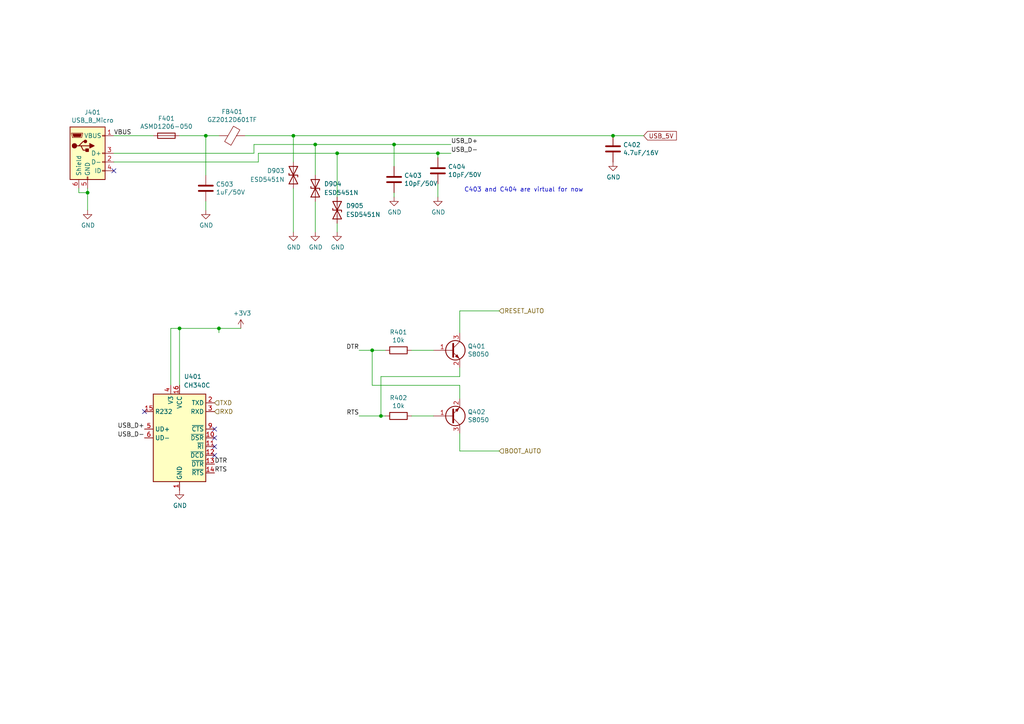
<source format=kicad_sch>
(kicad_sch (version 20230121) (generator eeschema)
  (paper "A4")
  (title_block (title "Sailor Hat with ESP32") (date "2022-10-26") (rev "2.0.2") (company "Hat Labs Ltd") (comment 1 "https://creativecommons.org/licenses/by-sa/4.0") (comment 2 "To view a copy of this license, visit ") (comment 3 "SH-ESP32 is licensed under CC BY-SA 4.0."))
  (lib_symbols
    (symbol "Device:C" (pin_numbers hide) (pin_names (offset 0.254))
      (property "Reference" "C" (at 0.635 2.54 0))
      (property "Value" "C" (at 0.635 -2.54 0))
      (symbol "C_0_1"
        (polyline (pts (xy -2.032 -0.762) (xy 2.032 -0.762)) (stroke (width 0.508)))
        (polyline (pts (xy -2.032 0.762) (xy 2.032 0.762)) (stroke (width 0.508)))
      )
      (symbol "C_1_1"
        (pin passive line (at 0 3.81 270) (length 2.794) (name "~") (number "1"))
        (pin passive line (at 0 -3.81 90) (length 2.794) (name "~") (number "2"))
      )
    )
    (symbol "Device:D_TVS" (pin_numbers hide) (pin_names (offset 1.016) hide)
      (property "Reference" "D" (at 0 2.54 0))
      (property "Value" "D_TVS" (at 0 -2.54 0))
      (symbol "D_TVS_0_1"
        (polyline (pts (xy 1.27 0) (xy -1.27 0)))
        (polyline (pts (xy 0.508 1.27) (xy 0 1.27) (xy 0 -1.27) (xy -0.508 -1.27)) (stroke (width 0.254)))
        (polyline (pts (xy -2.54 1.27) (xy -2.54 -1.27) (xy 2.54 1.27) (xy 2.54 -1.27) (xy -2.54 1.27)) (stroke (width 0.254)))
      )
      (symbol "D_TVS_1_1"
        (pin passive line (at -3.81 0 0) (length 2.54) (name "A1") (number "1"))
        (pin passive line (at 3.81 0 180) (length 2.54) (name "A2") (number "2"))
      )
    )
    (symbol "Device:FerriteBead" (pin_numbers hide) (pin_names (offset 0))
      (property "Reference" "FB" (at -3.81 0.635 90))
      (property "Value" "FerriteBead" (at 3.81 0 90))
      (symbol "FerriteBead_0_1"
        (polyline (pts (xy 0 -1.27) (xy 0 -1.2192)))
        (polyline (pts (xy 0 1.27) (xy 0 1.2954)))
        (polyline (pts (xy -2.7686 0.4064) (xy -1.7018 2.2606) (xy 2.7686 -0.3048) (xy 1.6764 -2.159) (xy -2.7686 0.4064)))
      )
      (symbol "FerriteBead_1_1"
        (pin passive line (at 0 3.81 270) (length 2.54) (name "~") (number "1"))
        (pin passive line (at 0 -3.81 90) (length 2.54) (name "~") (number "2"))
      )
    )
    (symbol "Device:Fuse" (pin_numbers hide) (pin_names (offset 0))
      (property "Reference" "F" (at 2.032 0 90))
      (property "Value" "Fuse" (at -1.905 0 90))
      (symbol "Fuse_0_1"
        (rectangle (start -0.762 -2.54) (end 0.762 2.54) (stroke (width 0.254)))
        (polyline (pts (xy 0 2.54) (xy 0 -2.54)))
      )
      (symbol "Fuse_1_1"
        (pin passive line (at 0 3.81 270) (length 1.27) (name "~") (number "1"))
        (pin passive line (at 0 -3.81 90) (length 1.27) (name "~") (number "2"))
      )
    )
    (symbol "Device:R" (pin_numbers hide) (pin_names (offset 0))
      (property "Reference" "R" (at 2.032 0 90))
      (property "Value" "R" (at 0 0 90))
      (symbol "R_0_1"
        (rectangle (start -1.016 -2.54) (end 1.016 2.54) (stroke (width 0.254)))
      )
      (symbol "R_1_1"
        (pin passive line (at 0 3.81 270) (length 1.27) (name "~") (number "1"))
        (pin passive line (at 0 -3.81 90) (length 1.27) (name "~") (number "2"))
      )
    )
    (symbol "Interface_USB:CH340C"
      (property "Reference" "U" (at -5.08 13.97 0))
      (property "Value" "CH340C" (at 1.27 13.97 0))
      (symbol "CH340C_0_1"
        (rectangle (start -7.62 12.7) (end 7.62 -12.7) (stroke (width 0.254)) (fill (type background)))
      )
      (symbol "CH340C_1_1"
        (pin power_in line (at 0 -15.24 90) (length 2.54) (name "GND") (number "1"))
        (pin input line (at 10.16 0 180) (length 2.54) (name "~{DSR}") (number "10"))
        (pin input line (at 10.16 -2.54 180) (length 2.54) (name "~{RI}") (number "11"))
        (pin input line (at 10.16 -5.08 180) (length 2.54) (name "~{DCD}") (number "12"))
        (pin output line (at 10.16 -7.62 180) (length 2.54) (name "~{DTR}") (number "13"))
        (pin output line (at 10.16 -10.16 180) (length 2.54) (name "~{RTS}") (number "14"))
        (pin input line (at -10.16 7.62 0) (length 2.54) (name "R232") (number "15"))
        (pin power_in line (at 0 15.24 270) (length 2.54) (name "VCC") (number "16"))
        (pin output line (at 10.16 10.16 180) (length 2.54) (name "TXD") (number "2"))
        (pin input line (at 10.16 7.62 180) (length 2.54) (name "RXD") (number "3"))
        (pin passive line (at -2.54 15.24 270) (length 2.54) (name "V3") (number "4"))
        (pin bidirectional line (at -10.16 2.54 0) (length 2.54) (name "UD+") (number "5"))
        (pin bidirectional line (at -10.16 0 0) (length 2.54) (name "UD-") (number "6"))
        (pin no_connect line (at -7.62 -7.62 0) (length 2.54) hide (name "NC") (number "7"))
        (pin no_connect line (at -7.62 -10.16 0) (length 2.54) hide (name "NC") (number "8"))
        (pin input line (at 10.16 2.54 180) (length 2.54) (name "~{CTS}") (number "9"))
      )
    )
    (symbol "SH-ESP32:S8050" (pin_names (offset 0) hide)
      (property "Reference" "Q" (at 5.08 1.905 0))
      (property "Value" "S8050" (at 5.08 0 0))
      (symbol "S8050_0_1"
        (polyline (pts (xy 0 0) (xy 0.635 0)))
        (polyline (pts (xy 0.635 0.635) (xy 2.54 2.54)))
        (polyline (pts (xy 0.635 -0.635) (xy 2.54 -2.54) (xy 2.54 -2.54)))
        (polyline (pts (xy 0.635 1.905) (xy 0.635 -1.905) (xy 0.635 -1.905)) (stroke (width 0.508)))
        (polyline (pts (xy 1.27 -1.778) (xy 1.778 -1.27) (xy 2.286 -2.286) (xy 1.27 -1.778) (xy 1.27 -1.778)) (fill (type outline)))
        (circle (center 1.27 0) (radius 2.8194) (stroke (width 0.254)))
      )
      (symbol "S8050_1_1"
        (pin input line (at -5.08 0 0) (length 5.08) (name "B") (number "1"))
        (pin passive line (at 2.54 -5.08 90) (length 2.54) (name "E") (number "2"))
        (pin passive line (at 2.54 5.08 270) (length 2.54) (name "C") (number "3"))
      )
    )
    (symbol "SH-ESP32:USB_B_Micro-Connector" (pin_names (offset 1.016))
      (property "Reference" "J" (at -5.08 11.43 0))
      (property "Value" "USB_B_Micro-Connector" (at -5.08 8.89 0))
      (symbol "USB_B_Micro-Connector_0_1"
        (rectangle (start -5.08 -7.62) (end 5.08 7.62) (stroke (width 0.254)) (fill (type background)))
        (circle (center -3.81 2.159) (radius 0.635) (stroke (width 0.254)) (fill (type outline)))
        (circle (center -0.635 3.429) (radius 0.381) (stroke (width 0.254)) (fill (type outline)))
        (rectangle (start -0.127 -7.62) (end 0.127 -6.858))
        (polyline (pts (xy -1.905 2.159) (xy 0.635 2.159)) (stroke (width 0.254)))
        (polyline (pts (xy -3.175 2.159) (xy -2.54 2.159) (xy -1.27 3.429) (xy -0.635 3.429)) (stroke (width 0.254)))
        (polyline (pts (xy -2.54 2.159) (xy -1.905 2.159) (xy -1.27 0.889) (xy 0 0.889)) (stroke (width 0.254)))
        (polyline (pts (xy 0.635 2.794) (xy 0.635 1.524) (xy 1.905 2.159) (xy 0.635 2.794)) (stroke (width 0.254)) (fill (type outline)))
        (polyline (pts (xy -4.318 5.588) (xy -1.778 5.588) (xy -2.032 4.826) (xy -4.064 4.826) (xy -4.318 5.588)) (fill (type outline)))
        (polyline (pts (xy -4.699 5.842) (xy -4.699 5.588) (xy -4.445 4.826) (xy -4.445 4.572) (xy -1.651 4.572) (xy -1.651 4.826) (xy -1.397 5.588) (xy -1.397 5.842) (xy -4.699 5.842)))
        (rectangle (start 0.254 1.27) (end -0.508 0.508) (stroke (width 0.254)) (fill (type outline)))
        (rectangle (start 5.08 -5.207) (end 4.318 -4.953))
        (rectangle (start 5.08 -2.667) (end 4.318 -2.413))
        (rectangle (start 5.08 -0.127) (end 4.318 0.127))
        (rectangle (start 5.08 4.953) (end 4.318 5.207))
      )
      (symbol "USB_B_Micro-Connector_1_1"
        (pin power_out line (at 7.62 5.08 180) (length 2.54) (name "VBUS") (number "1"))
        (pin passive line (at 7.62 -2.54 180) (length 2.54) (name "D-") (number "2"))
        (pin passive line (at 7.62 0 180) (length 2.54) (name "D+") (number "3"))
        (pin passive line (at 7.62 -5.08 180) (length 2.54) (name "ID") (number "4"))
        (pin power_out line (at 0 -10.16 90) (length 2.54) (name "GND") (number "5"))
        (pin passive line (at -2.54 -10.16 90) (length 2.54) (name "Shield") (number "6"))
      )
    )
    (symbol "power:+3.3V" (power) (pin_names (offset 0))
      (property "Value" "+3.3V" (at 0 3.556 0))
      (symbol "+3.3V_0_1"
        (polyline (pts (xy -0.762 1.27) (xy 0 2.54)))
        (polyline (pts (xy 0 0) (xy 0 2.54)))
        (polyline (pts (xy 0 2.54) (xy 0.762 1.27)))
      )
      (symbol "+3.3V_1_1"
        (pin power_in line (at 0 0 90) (length 0) hide (name "+3V3") (number "1"))
      )
    )
    (symbol "power:GND" (power) (pin_names (offset 0))
      (property "Value" "GND" (at 0 -3.81 0))
      (symbol "GND_0_1"
        (polyline (pts (xy 0 0) (xy 0 -1.27) (xy 1.27 -1.27) (xy 0 -2.54) (xy -1.27 -1.27) (xy 0 -1.27)))
      )
      (symbol "GND_1_1"
        (pin power_in line (at 0 0 270) (length 0) hide (name "GND") (number "1"))
      )
    )
  )
  (junction (at 52.07 95.25))
  (junction (at 127 44.45))
  (junction (at 63.5 95.25))
  (junction (at 107.95 101.6))
  (junction (at 114.3 41.91))
  (junction (at 110.49 120.65))
  (junction (at 59.69 39.37))
  (junction (at 91.44 41.91))
  (junction (at 25.4 55.88))
  (junction (at 177.8 39.37))
  (junction (at 85.09 39.37))
  (junction (at 97.79 44.45))
  (no_connect (at 62.23 132.08))
  (no_connect (at 62.23 129.54))
  (no_connect (at 62.23 127))
  (no_connect (at 41.91 119.38))
  (no_connect (at 33.02 49.53))
  (no_connect (at 62.23 124.46))
  (wire (pts (xy 114.3 41.91) (xy 130.81 41.91)))
  (wire (pts (xy 22.86 55.88) (xy 22.86 54.61)))
  (wire (pts (xy 111.76 120.65) (xy 110.49 120.65)))
  (wire (pts (xy 144.78 130.81) (xy 133.35 130.81)))
  (wire (pts (xy 59.69 39.37) (xy 63.5 39.37)))
  (wire (pts (xy 33.02 44.45) (xy 73.66 44.45)))
  (wire (pts (xy 133.35 106.68) (xy 133.35 109.22)))
  (wire (pts (xy 91.44 41.91) (xy 114.3 41.91)))
  (wire (pts (xy 25.4 54.61) (xy 25.4 55.88)))
  (wire (pts (xy 71.12 39.37) (xy 85.09 39.37)))
  (wire (pts (xy 107.95 101.6) (xy 107.95 111.76)))
  (wire (pts (xy 22.86 55.88) (xy 25.4 55.88)))
  (wire (pts (xy 127 45.72) (xy 127 44.45)))
  (wire (pts (xy 59.69 50.8) (xy 59.69 39.37)))
  (wire (pts (xy 127 44.45) (xy 130.81 44.45)))
  (wire (pts (xy 69.85 95.25) (xy 63.5 95.25)))
  (wire (pts (xy 91.44 67.31) (xy 91.44 58.42)))
  (wire (pts (xy 49.53 95.25) (xy 52.07 95.25)))
  (wire (pts (xy 133.35 90.17) (xy 144.78 90.17)))
  (wire (pts (xy 133.35 130.81) (xy 133.35 125.73)))
  (wire (pts (xy 73.66 41.91) (xy 91.44 41.91)))
  (wire (pts (xy 97.79 44.45) (xy 127 44.45)))
  (wire (pts (xy 85.09 39.37) (xy 177.8 39.37)))
  (wire (pts (xy 119.38 101.6) (xy 125.73 101.6)))
  (wire (pts (xy 74.93 46.99) (xy 74.93 44.45)))
  (wire (pts (xy 133.35 111.76) (xy 133.35 115.57)))
  (wire (pts (xy 52.07 95.25) (xy 52.07 111.76)))
  (wire (pts (xy 104.14 101.6) (xy 107.95 101.6)))
  (wire (pts (xy 177.8 39.37) (xy 186.69 39.37)))
  (wire (pts (xy 133.35 109.22) (xy 110.49 109.22)))
  (wire (pts (xy 91.44 41.91) (xy 91.44 50.8)))
  (wire (pts (xy 59.69 60.96) (xy 59.69 58.42)))
  (wire (pts (xy 125.73 120.65) (xy 119.38 120.65)))
  (wire (pts (xy 49.53 95.25) (xy 49.53 111.76)))
  (wire (pts (xy 85.09 39.37) (xy 85.09 46.99)))
  (wire (pts (xy 63.5 96.52) (xy 63.5 95.25)))
  (wire (pts (xy 63.5 95.25) (xy 52.07 95.25)))
  (wire (pts (xy 110.49 109.22) (xy 110.49 120.65)))
  (wire (pts (xy 52.07 39.37) (xy 59.69 39.37)))
  (wire (pts (xy 25.4 55.88) (xy 25.4 60.96)))
  (wire (pts (xy 114.3 48.26) (xy 114.3 41.91)))
  (wire (pts (xy 114.3 57.15) (xy 114.3 55.88)))
  (wire (pts (xy 107.95 101.6) (xy 111.76 101.6)))
  (wire (pts (xy 110.49 120.65) (xy 104.14 120.65)))
  (wire (pts (xy 73.66 44.45) (xy 73.66 41.91)))
  (wire (pts (xy 97.79 44.45) (xy 97.79 57.15)))
  (wire (pts (xy 74.93 44.45) (xy 97.79 44.45)))
  (wire (pts (xy 33.02 39.37) (xy 44.45 39.37)))
  (wire (pts (xy 97.79 67.31) (xy 97.79 64.77)))
  (wire (pts (xy 107.95 111.76) (xy 133.35 111.76)))
  (wire (pts (xy 127 57.15) (xy 127 53.34)))
  (wire (pts (xy 133.35 96.52) (xy 133.35 90.17)))
  (wire (pts (xy 85.09 54.61) (xy 85.09 67.31)))
  (wire (pts (xy 33.02 46.99) (xy 74.93 46.99)))
  (text "C403 and C404 are virtual for now" (at 134.62 55.88 0) (effects (font (size 1.27 1.27)) (justify left bottom)))
  (label "USB_D+" (at 130.81 41.91 0))
  (label "RTS" (at 104.14 120.65 180))
  (label "USB_D-" (at 130.81 44.45 0))
  (label "USB_D+" (at 41.91 124.46 180))
  (label "VBUS" (at 33.02 39.37 0))
  (label "DTR" (at 104.14 101.6 180))
  (label "DTR" (at 62.23 134.62 0))
  (label "RTS" (at 62.23 137.16 0))
  (label "USB_D-" (at 41.91 127 180))
  (global_label "USB_5V" (shape input) (at 186.69 39.37 0) (property "Intersheetrefs" "${INTERSHEET_REFS}" (effects hide)))
  (hierarchical_label "RXD" (shape input) (at 62.23 119.38 0))
  (hierarchical_label "TXD" (shape input) (at 62.23 116.84 0))
  (hierarchical_label "BOOT_AUTO" (shape input) (at 144.78 130.81 0))
  (hierarchical_label "RESET_AUTO" (shape input) (at 144.78 90.17 0))
  (symbol (lib_id "SH-ESP32:USB_B_Micro-Connector") (at 25.4 44.45 0) (unit 1)
    (property "Reference" "J401" (at 26.8478 32.5882 0))
    (property "Value" "USB_B_Micro" (at 26.8478 34.8996 0))
    (property "Footprint" "Connector_USB:USB_Micro-B_Wuerth_614105150721_Vertical" (effects hide))
    (property "LCSC" "C145795" (effects hide))
  )
  (symbol (lib_id "power:GND") (at 25.4 60.96 0) (unit 1)
    (property "Reference" "#PWR0402" (effects hide))
    (property "Value" "GND" (at 25.527 65.3542 0))
  )
  (symbol (lib_id "Device:R") (at 115.57 101.6 90) (unit 1)
    (property "Reference" "R401" (at 115.57 96.3422 90))
    (property "Value" "10k" (at 115.57 98.6536 90))
    (property "Footprint" "Resistor_SMD:R_0402_1005Metric" (effects hide))
    (property "LCSC" "C25744" (effects hide))
  )
  (symbol (lib_id "Device:R") (at 115.57 120.65 90) (unit 1)
    (property "Reference" "R402" (at 115.57 115.3922 90))
    (property "Value" "10k" (at 115.57 117.7036 90))
    (property "Footprint" "Resistor_SMD:R_0402_1005Metric" (effects hide))
    (property "LCSC" "C25744" (effects hide))
  )
  (symbol (lib_id "Interface_USB:CH340C") (at 52.07 127 0) (unit 1)
    (property "Reference" "U401" (at 53.34 109.22 0) (effects (justify left)))
    (property "Value" "CH340C" (at 57.15 111.76 0))
    (property "Footprint" "Package_SO:SOIC-16_3.9x9.9mm_P1.27mm" (effects hide))
    (property "Datasheet" "https://datasheet.lcsc.com/szlcsc/Jiangsu-Qin-Heng-CH340C_C84681.pdf" (effects hide))
    (property "LCSC" "C84681" (effects hide))
    (property "JLCPCB_CORRECTION" "0;0;180" (effects hide))
  )
  (symbol (lib_id "SH-ESP32:S8050") (at 130.81 101.6 0) (unit 1)
    (property "Reference" "Q401" (at 135.636 100.4316 0) (effects (justify left)))
    (property "Value" "S8050" (at 135.636 102.743 0) (effects (justify left)))
    (property "Footprint" "Package_TO_SOT_SMD:SOT-23" (effects hide))
    (property "Datasheet" "http://www.unisonic.com.tw/datasheet/S8050.pdf" (effects hide))
    (property "LCSC" "C2146" (effects hide))
    (property "JLCPCB_CORRECTION" "0;0;180" (effects hide))
  )
  (symbol (lib_id "SH-ESP32:S8050") (at 130.81 120.65 0) (mirror x) (unit 1)
    (property "Reference" "Q402" (at 135.636 119.4816 0) (effects (justify left)))
    (property "Value" "S8050" (at 135.636 121.793 0) (effects (justify left)))
    (property "Footprint" "Package_TO_SOT_SMD:SOT-23" (effects hide))
    (property "Datasheet" "http://www.unisonic.com.tw/datasheet/S8050.pdf" (effects hide))
    (property "LCSC" "C2146" (effects hide))
    (property "JLCPCB_CORRECTION" "0;0;180" (effects hide))
  )
  (symbol (lib_id "Device:C") (at 177.8 43.18 0) (unit 1)
    (property "Reference" "C402" (at 180.721 42.0116 0) (effects (justify left)))
    (property "Value" "4.7uF/16V" (at 180.721 44.323 0) (effects (justify left)))
    (property "Footprint" "Capacitor_SMD:C_0603_1608Metric" (effects hide))
    (property "LCSC" "C19666" (effects hide))
  )
  (symbol (lib_id "power:GND") (at 177.8 46.99 0) (unit 1)
    (property "Reference" "#PWR0405" (effects hide))
    (property "Value" "GND" (at 177.927 51.3842 0))
  )
  (symbol (lib_id "power:GND") (at 52.07 142.24 0) (unit 1)
    (property "Reference" "#PWR0404" (effects hide))
    (property "Value" "GND" (at 52.197 146.6342 0))
  )
  (symbol (lib_id "Device:FerriteBead") (at 67.31 39.37 270) (unit 1)
    (property "Reference" "FB401" (at 67.31 32.4104 90))
    (property "Value" "GZ2012D601TF" (at 67.31 34.7218 90))
    (property "Footprint" "Inductor_SMD:L_0805_2012Metric" (effects hide))
    (property "LCSC" "C1017" (effects hide))
  )
  (symbol (lib_id "Device:C") (at 114.3 52.07 0) (unit 1)
    (property "Reference" "C403" (at 117.221 50.9016 0) (effects (justify left)))
    (property "Value" "10pF/50V" (at 117.221 53.213 0) (effects (justify left)))
    (property "Footprint" "Capacitor_SMD:C_0402_1005Metric" (effects hide))
    (property "LCSC" "C32949" (effects hide))
  )
  (symbol (lib_id "Device:C") (at 127 49.53 0) (unit 1)
    (property "Reference" "C404" (at 129.921 48.3616 0) (effects (justify left)))
    (property "Value" "10pF/50V" (at 129.921 50.673 0) (effects (justify left)))
    (property "Footprint" "Capacitor_SMD:C_0402_1005Metric" (effects hide))
    (property "LCSC" "C32949" (effects hide))
  )
  (symbol (lib_id "power:GND") (at 114.3 57.15 0) (unit 1)
    (property "Reference" "#PWR0407" (effects hide))
    (property "Value" "GND" (at 114.427 61.5442 0))
  )
  (symbol (lib_id "power:GND") (at 127 57.15 0) (unit 1)
    (property "Reference" "#PWR0408" (effects hide))
    (property "Value" "GND" (at 127.127 61.5442 0))
  )
  (symbol (lib_id "Device:Fuse") (at 48.26 39.37 270) (unit 1)
    (property "Reference" "F401" (at 48.26 34.3662 90))
    (property "Value" "ASMD1206-050" (at 48.26 36.6776 90))
    (property "Footprint" "Fuse:Fuse_1206_3216Metric" (effects hide))
    (property "Datasheet" "https://datasheet.lcsc.com/szlcsc/Shenzhen-JDT-Fuse-ASMD1206-050_C135338.pdf" (effects hide))
    (property "LCSC" "C135338" (effects hide))
  )
  (symbol (lib_id "power:+3.3V") (at 69.85 95.25 0) (unit 1)
    (property "Reference" "#PWR0109" (effects hide))
    (property "Value" "+3.3V" (at 70.231 90.8558 0))
  )
  (symbol (lib_id "Device:C") (at 59.69 54.61 0) (unit 1)
    (property "Reference" "C503" (at 62.611 53.4416 0) (effects (justify left)))
    (property "Value" "1uF/50V" (at 62.611 55.753 0) (effects (justify left)))
    (property "Footprint" "Capacitor_SMD:C_0805_2012Metric" (effects hide))
    (property "LCSC" "C28323" (effects hide))
  )
  (symbol (lib_id "power:GND") (at 59.69 60.96 0) (unit 1)
    (property "Reference" "#PWR0506" (effects hide))
    (property "Value" "GND" (at 59.817 65.3542 0))
  )
  (symbol (lib_id "power:GND") (at 97.79 67.31 0) (unit 1)
    (property "Reference" "#PWR0906" (effects hide))
    (property "Value" "GND" (at 97.917 71.7042 0))
  )
  (symbol (lib_id "Device:D_TVS") (at 91.44 54.61 90) (unit 1)
    (property "Reference" "D904" (at 93.98 53.3399 90) (effects (justify right)))
    (property "Value" "ESD5451N" (at 93.98 55.8799 90) (effects (justify right)))
    (property "Footprint" "Diode_SMD:D_0402_1005Metric" (effects hide))
    (property "LCSC" "C2936977" (effects hide))
  )
  (symbol (lib_id "Device:D_TVS") (at 97.79 60.96 90) (unit 1)
    (property "Reference" "D905" (at 100.33 59.6899 90) (effects (justify right)))
    (property "Value" "ESD5451N" (at 100.33 62.2299 90) (effects (justify right)))
    (property "Footprint" "Diode_SMD:D_0402_1005Metric" (effects hide))
    (property "LCSC" "C2936977" (effects hide))
  )
  (symbol (lib_id "power:GND") (at 85.09 67.31 0) (unit 1)
    (property "Reference" "#PWR0904" (effects hide))
    (property "Value" "GND" (at 85.217 71.7042 0))
  )
  (symbol (lib_id "Device:D_TVS") (at 85.09 50.8 90) (unit 1)
    (property "Reference" "D903" (at 82.55 49.53 90) (effects (justify left)))
    (property "Value" "ESD5451N" (at 82.55 52.07 90) (effects (justify left)))
    (property "Footprint" "Diode_SMD:D_0402_1005Metric" (effects hide))
    (property "LCSC" "C2936977" (effects hide))
  )
  (symbol (lib_id "power:GND") (at 91.44 67.31 0) (unit 1)
    (property "Reference" "#PWR0905" (effects hide))
    (property "Value" "GND" (at 91.567 71.7042 0))
  )
)
</source>
